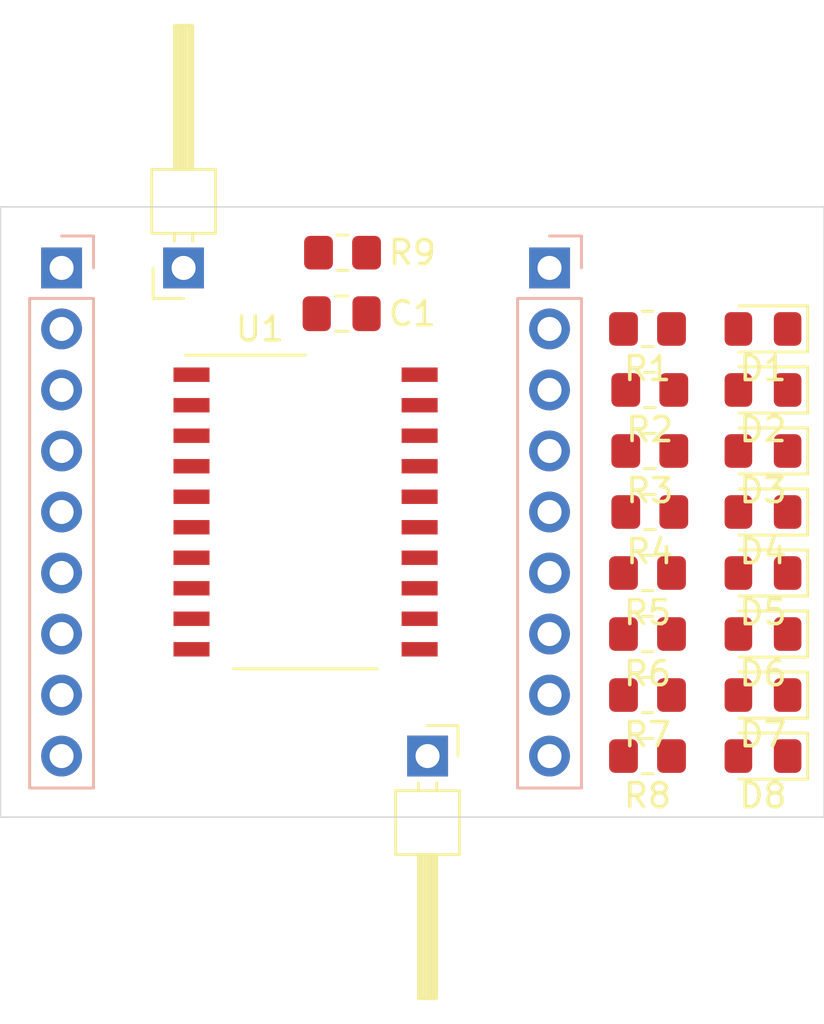
<source format=kicad_pcb>
(kicad_pcb (version 20171130) (host pcbnew "(5.1.8)-1")

  (general
    (thickness 1.6)
    (drawings 4)
    (tracks 0)
    (zones 0)
    (modules 23)
    (nets 29)
  )

  (page A4 portrait)
  (layers
    (0 F.Cu signal)
    (31 B.Cu signal)
    (32 B.Adhes user)
    (33 F.Adhes user)
    (34 B.Paste user)
    (35 F.Paste user)
    (36 B.SilkS user)
    (37 F.SilkS user)
    (38 B.Mask user)
    (39 F.Mask user)
    (40 Dwgs.User user)
    (41 Cmts.User user)
    (42 Eco1.User user)
    (43 Eco2.User user)
    (44 Edge.Cuts user)
    (45 Margin user)
    (46 B.CrtYd user)
    (47 F.CrtYd user)
    (48 B.Fab user)
    (49 F.Fab user)
  )

  (setup
    (last_trace_width 0.25)
    (trace_clearance 0.2)
    (zone_clearance 0.508)
    (zone_45_only no)
    (trace_min 0.2)
    (via_size 0.8)
    (via_drill 0.4)
    (via_min_size 0.4)
    (via_min_drill 0.3)
    (uvia_size 0.3)
    (uvia_drill 0.1)
    (uvias_allowed no)
    (uvia_min_size 0.2)
    (uvia_min_drill 0.1)
    (edge_width 0.05)
    (segment_width 0.2)
    (pcb_text_width 0.3)
    (pcb_text_size 1.5 1.5)
    (mod_edge_width 0.12)
    (mod_text_size 1 1)
    (mod_text_width 0.15)
    (pad_size 1.524 1.524)
    (pad_drill 0.762)
    (pad_to_mask_clearance 0)
    (aux_axis_origin 0 0)
    (visible_elements 7FFFFFFF)
    (pcbplotparams
      (layerselection 0x010fc_ffffffff)
      (usegerberextensions false)
      (usegerberattributes true)
      (usegerberadvancedattributes true)
      (creategerberjobfile true)
      (excludeedgelayer true)
      (linewidth 0.100000)
      (plotframeref false)
      (viasonmask false)
      (mode 1)
      (useauxorigin false)
      (hpglpennumber 1)
      (hpglpenspeed 20)
      (hpglpendiameter 15.000000)
      (psnegative false)
      (psa4output false)
      (plotreference true)
      (plotvalue true)
      (plotinvisibletext false)
      (padsonsilk false)
      (subtractmaskfromsilk false)
      (outputformat 1)
      (mirror false)
      (drillshape 1)
      (scaleselection 1)
      (outputdirectory ""))
  )

  (net 0 "")
  (net 1 VCC)
  (net 2 GND)
  (net 3 "Net-(D1-Pad2)")
  (net 4 "Net-(D2-Pad2)")
  (net 5 "Net-(D3-Pad2)")
  (net 6 "Net-(D4-Pad2)")
  (net 7 "Net-(D5-Pad2)")
  (net 8 "Net-(D6-Pad2)")
  (net 9 "Net-(D7-Pad2)")
  (net 10 "Net-(D8-Pad2)")
  (net 11 /Q7)
  (net 12 /Q6)
  (net 13 /Q5)
  (net 14 /Q4)
  (net 15 /Q3)
  (net 16 /Q2)
  (net 17 /Q1)
  (net 18 /Q0)
  (net 19 /D0)
  (net 20 "Net-(J2-Pad2)")
  (net 21 "Net-(J2-Pad3)")
  (net 22 "Net-(J2-Pad4)")
  (net 23 "Net-(J2-Pad5)")
  (net 24 "Net-(J2-Pad6)")
  (net 25 "Net-(J2-Pad7)")
  (net 26 "Net-(J2-Pad8)")
  (net 27 "Net-(J3-Pad1)")
  (net 28 "Net-(J4-Pad1)")

  (net_class Default "This is the default net class."
    (clearance 0.2)
    (trace_width 0.25)
    (via_dia 0.8)
    (via_drill 0.4)
    (uvia_dia 0.3)
    (uvia_drill 0.1)
    (add_net /D0)
    (add_net /Q0)
    (add_net /Q1)
    (add_net /Q2)
    (add_net /Q3)
    (add_net /Q4)
    (add_net /Q5)
    (add_net /Q6)
    (add_net /Q7)
    (add_net GND)
    (add_net "Net-(D1-Pad2)")
    (add_net "Net-(D2-Pad2)")
    (add_net "Net-(D3-Pad2)")
    (add_net "Net-(D4-Pad2)")
    (add_net "Net-(D5-Pad2)")
    (add_net "Net-(D6-Pad2)")
    (add_net "Net-(D7-Pad2)")
    (add_net "Net-(D8-Pad2)")
    (add_net "Net-(J2-Pad2)")
    (add_net "Net-(J2-Pad3)")
    (add_net "Net-(J2-Pad4)")
    (add_net "Net-(J2-Pad5)")
    (add_net "Net-(J2-Pad6)")
    (add_net "Net-(J2-Pad7)")
    (add_net "Net-(J2-Pad8)")
    (add_net "Net-(J3-Pad1)")
    (add_net "Net-(J4-Pad1)")
    (add_net VCC)
  )

  (module Resistor_SMD:R_0805_2012Metric_Pad1.20x1.40mm_HandSolder (layer F.Cu) (tedit 5F68FEEE) (tstamp 63BFB8B7)
    (at 62.5 27.305)
    (descr "Resistor SMD 0805 (2012 Metric), square (rectangular) end terminal, IPC_7351 nominal with elongated pad for handsoldering. (Body size source: IPC-SM-782 page 72, https://www.pcb-3d.com/wordpress/wp-content/uploads/ipc-sm-782a_amendment_1_and_2.pdf), generated with kicad-footprint-generator")
    (tags "resistor handsolder")
    (path /63C26A4D)
    (attr smd)
    (fp_text reference R9 (at 2.905 0) (layer F.SilkS)
      (effects (font (size 1 1) (thickness 0.15)))
    )
    (fp_text value 10k (at 0 1.65) (layer F.Fab)
      (effects (font (size 1 1) (thickness 0.15)))
    )
    (fp_text user %R (at 0 0) (layer F.Fab)
      (effects (font (size 0.5 0.5) (thickness 0.08)))
    )
    (fp_line (start -1 0.625) (end -1 -0.625) (layer F.Fab) (width 0.1))
    (fp_line (start -1 -0.625) (end 1 -0.625) (layer F.Fab) (width 0.1))
    (fp_line (start 1 -0.625) (end 1 0.625) (layer F.Fab) (width 0.1))
    (fp_line (start 1 0.625) (end -1 0.625) (layer F.Fab) (width 0.1))
    (fp_line (start -0.227064 -0.735) (end 0.227064 -0.735) (layer F.SilkS) (width 0.12))
    (fp_line (start -0.227064 0.735) (end 0.227064 0.735) (layer F.SilkS) (width 0.12))
    (fp_line (start -1.85 0.95) (end -1.85 -0.95) (layer F.CrtYd) (width 0.05))
    (fp_line (start -1.85 -0.95) (end 1.85 -0.95) (layer F.CrtYd) (width 0.05))
    (fp_line (start 1.85 -0.95) (end 1.85 0.95) (layer F.CrtYd) (width 0.05))
    (fp_line (start 1.85 0.95) (end -1.85 0.95) (layer F.CrtYd) (width 0.05))
    (pad 2 smd roundrect (at 1 0) (size 1.2 1.4) (layers F.Cu F.Paste F.Mask) (roundrect_rratio 0.208333)
      (net 1 VCC))
    (pad 1 smd roundrect (at -1 0) (size 1.2 1.4) (layers F.Cu F.Paste F.Mask) (roundrect_rratio 0.208333)
      (net 28 "Net-(J4-Pad1)"))
    (model ${KISYS3DMOD}/Resistor_SMD.3dshapes/R_0805_2012Metric.wrl
      (at (xyz 0 0 0))
      (scale (xyz 1 1 1))
      (rotate (xyz 0 0 0))
    )
  )

  (module Connector_PinHeader_2.54mm:PinHeader_1x01_P2.54mm_Horizontal (layer F.Cu) (tedit 59FED5CB) (tstamp 63BF94CB)
    (at 55.88 27.94 90)
    (descr "Through hole angled pin header, 1x01, 2.54mm pitch, 6mm pin length, single row")
    (tags "Through hole angled pin header THT 1x01 2.54mm single row")
    (path /63BF5680)
    (fp_text reference J4 (at 0 -1.905 90) (layer F.SilkS) hide
      (effects (font (size 1 1) (thickness 0.15)))
    )
    (fp_text value Conn_01x01_Male (at 4.385 2.27 90) (layer F.Fab)
      (effects (font (size 1 1) (thickness 0.15)))
    )
    (fp_line (start 10.55 -1.8) (end -1.8 -1.8) (layer F.CrtYd) (width 0.05))
    (fp_line (start 10.55 1.8) (end 10.55 -1.8) (layer F.CrtYd) (width 0.05))
    (fp_line (start -1.8 1.8) (end 10.55 1.8) (layer F.CrtYd) (width 0.05))
    (fp_line (start -1.8 -1.8) (end -1.8 1.8) (layer F.CrtYd) (width 0.05))
    (fp_line (start -1.27 -1.27) (end 0 -1.27) (layer F.SilkS) (width 0.12))
    (fp_line (start -1.27 0) (end -1.27 -1.27) (layer F.SilkS) (width 0.12))
    (fp_line (start 1.11 0.38) (end 1.44 0.38) (layer F.SilkS) (width 0.12))
    (fp_line (start 1.11 -0.38) (end 1.44 -0.38) (layer F.SilkS) (width 0.12))
    (fp_line (start 4.1 0.28) (end 10.1 0.28) (layer F.SilkS) (width 0.12))
    (fp_line (start 4.1 0.16) (end 10.1 0.16) (layer F.SilkS) (width 0.12))
    (fp_line (start 4.1 0.04) (end 10.1 0.04) (layer F.SilkS) (width 0.12))
    (fp_line (start 4.1 -0.08) (end 10.1 -0.08) (layer F.SilkS) (width 0.12))
    (fp_line (start 4.1 -0.2) (end 10.1 -0.2) (layer F.SilkS) (width 0.12))
    (fp_line (start 4.1 -0.32) (end 10.1 -0.32) (layer F.SilkS) (width 0.12))
    (fp_line (start 10.1 0.38) (end 4.1 0.38) (layer F.SilkS) (width 0.12))
    (fp_line (start 10.1 -0.38) (end 10.1 0.38) (layer F.SilkS) (width 0.12))
    (fp_line (start 4.1 -0.38) (end 10.1 -0.38) (layer F.SilkS) (width 0.12))
    (fp_line (start 4.1 -1.33) (end 1.44 -1.33) (layer F.SilkS) (width 0.12))
    (fp_line (start 4.1 1.33) (end 4.1 -1.33) (layer F.SilkS) (width 0.12))
    (fp_line (start 1.44 1.33) (end 4.1 1.33) (layer F.SilkS) (width 0.12))
    (fp_line (start 1.44 -1.33) (end 1.44 1.33) (layer F.SilkS) (width 0.12))
    (fp_line (start 4.04 0.32) (end 10.04 0.32) (layer F.Fab) (width 0.1))
    (fp_line (start 10.04 -0.32) (end 10.04 0.32) (layer F.Fab) (width 0.1))
    (fp_line (start 4.04 -0.32) (end 10.04 -0.32) (layer F.Fab) (width 0.1))
    (fp_line (start -0.32 0.32) (end 1.5 0.32) (layer F.Fab) (width 0.1))
    (fp_line (start -0.32 -0.32) (end -0.32 0.32) (layer F.Fab) (width 0.1))
    (fp_line (start -0.32 -0.32) (end 1.5 -0.32) (layer F.Fab) (width 0.1))
    (fp_line (start 1.5 -0.635) (end 2.135 -1.27) (layer F.Fab) (width 0.1))
    (fp_line (start 1.5 1.27) (end 1.5 -0.635) (layer F.Fab) (width 0.1))
    (fp_line (start 4.04 1.27) (end 1.5 1.27) (layer F.Fab) (width 0.1))
    (fp_line (start 4.04 -1.27) (end 4.04 1.27) (layer F.Fab) (width 0.1))
    (fp_line (start 2.135 -1.27) (end 4.04 -1.27) (layer F.Fab) (width 0.1))
    (fp_text user %R (at 2.77 0) (layer F.Fab)
      (effects (font (size 1 1) (thickness 0.15)))
    )
    (pad 1 thru_hole rect (at 0 0 90) (size 1.7 1.7) (drill 1) (layers *.Cu *.Mask)
      (net 28 "Net-(J4-Pad1)"))
    (model ${KISYS3DMOD}/Connector_PinHeader_2.54mm.3dshapes/PinHeader_1x01_P2.54mm_Horizontal.wrl
      (at (xyz 0 0 0))
      (scale (xyz 1 1 1))
      (rotate (xyz 0 0 0))
    )
  )

  (module Connector_PinHeader_2.54mm:PinHeader_1x01_P2.54mm_Horizontal (layer F.Cu) (tedit 59FED5CB) (tstamp 63BF94B6)
    (at 66.04 48.26 270)
    (descr "Through hole angled pin header, 1x01, 2.54mm pitch, 6mm pin length, single row")
    (tags "Through hole angled pin header THT 1x01 2.54mm single row")
    (path /63BF4CA8)
    (fp_text reference J3 (at 0 -2.27 90) (layer F.SilkS) hide
      (effects (font (size 1 1) (thickness 0.15)))
    )
    (fp_text value Conn_01x01_Male (at 4.385 2.27 90) (layer F.Fab)
      (effects (font (size 1 1) (thickness 0.15)))
    )
    (fp_line (start 10.55 -1.8) (end -1.8 -1.8) (layer F.CrtYd) (width 0.05))
    (fp_line (start 10.55 1.8) (end 10.55 -1.8) (layer F.CrtYd) (width 0.05))
    (fp_line (start -1.8 1.8) (end 10.55 1.8) (layer F.CrtYd) (width 0.05))
    (fp_line (start -1.8 -1.8) (end -1.8 1.8) (layer F.CrtYd) (width 0.05))
    (fp_line (start -1.27 -1.27) (end 0 -1.27) (layer F.SilkS) (width 0.12))
    (fp_line (start -1.27 0) (end -1.27 -1.27) (layer F.SilkS) (width 0.12))
    (fp_line (start 1.11 0.38) (end 1.44 0.38) (layer F.SilkS) (width 0.12))
    (fp_line (start 1.11 -0.38) (end 1.44 -0.38) (layer F.SilkS) (width 0.12))
    (fp_line (start 4.1 0.28) (end 10.1 0.28) (layer F.SilkS) (width 0.12))
    (fp_line (start 4.1 0.16) (end 10.1 0.16) (layer F.SilkS) (width 0.12))
    (fp_line (start 4.1 0.04) (end 10.1 0.04) (layer F.SilkS) (width 0.12))
    (fp_line (start 4.1 -0.08) (end 10.1 -0.08) (layer F.SilkS) (width 0.12))
    (fp_line (start 4.1 -0.2) (end 10.1 -0.2) (layer F.SilkS) (width 0.12))
    (fp_line (start 4.1 -0.32) (end 10.1 -0.32) (layer F.SilkS) (width 0.12))
    (fp_line (start 10.1 0.38) (end 4.1 0.38) (layer F.SilkS) (width 0.12))
    (fp_line (start 10.1 -0.38) (end 10.1 0.38) (layer F.SilkS) (width 0.12))
    (fp_line (start 4.1 -0.38) (end 10.1 -0.38) (layer F.SilkS) (width 0.12))
    (fp_line (start 4.1 -1.33) (end 1.44 -1.33) (layer F.SilkS) (width 0.12))
    (fp_line (start 4.1 1.33) (end 4.1 -1.33) (layer F.SilkS) (width 0.12))
    (fp_line (start 1.44 1.33) (end 4.1 1.33) (layer F.SilkS) (width 0.12))
    (fp_line (start 1.44 -1.33) (end 1.44 1.33) (layer F.SilkS) (width 0.12))
    (fp_line (start 4.04 0.32) (end 10.04 0.32) (layer F.Fab) (width 0.1))
    (fp_line (start 10.04 -0.32) (end 10.04 0.32) (layer F.Fab) (width 0.1))
    (fp_line (start 4.04 -0.32) (end 10.04 -0.32) (layer F.Fab) (width 0.1))
    (fp_line (start -0.32 0.32) (end 1.5 0.32) (layer F.Fab) (width 0.1))
    (fp_line (start -0.32 -0.32) (end -0.32 0.32) (layer F.Fab) (width 0.1))
    (fp_line (start -0.32 -0.32) (end 1.5 -0.32) (layer F.Fab) (width 0.1))
    (fp_line (start 1.5 -0.635) (end 2.135 -1.27) (layer F.Fab) (width 0.1))
    (fp_line (start 1.5 1.27) (end 1.5 -0.635) (layer F.Fab) (width 0.1))
    (fp_line (start 4.04 1.27) (end 1.5 1.27) (layer F.Fab) (width 0.1))
    (fp_line (start 4.04 -1.27) (end 4.04 1.27) (layer F.Fab) (width 0.1))
    (fp_line (start 2.135 -1.27) (end 4.04 -1.27) (layer F.Fab) (width 0.1))
    (fp_text user %R (at 2.77 0) (layer F.Fab)
      (effects (font (size 1 1) (thickness 0.15)))
    )
    (pad 1 thru_hole rect (at 0 0 270) (size 1.7 1.7) (drill 1) (layers *.Cu *.Mask)
      (net 27 "Net-(J3-Pad1)"))
    (model ${KISYS3DMOD}/Connector_PinHeader_2.54mm.3dshapes/PinHeader_1x01_P2.54mm_Horizontal.wrl
      (at (xyz 0 0 0))
      (scale (xyz 1 1 1))
      (rotate (xyz 0 0 0))
    )
  )

  (module Capacitor_SMD:C_0805_2012Metric_Pad1.18x1.45mm_HandSolder (layer F.Cu) (tedit 5F68FEEF) (tstamp 63BF93CF)
    (at 62.4625 29.845 180)
    (descr "Capacitor SMD 0805 (2012 Metric), square (rectangular) end terminal, IPC_7351 nominal with elongated pad for handsoldering. (Body size source: IPC-SM-782 page 76, https://www.pcb-3d.com/wordpress/wp-content/uploads/ipc-sm-782a_amendment_1_and_2.pdf, https://docs.google.com/spreadsheets/d/1BsfQQcO9C6DZCsRaXUlFlo91Tg2WpOkGARC1WS5S8t0/edit?usp=sharing), generated with kicad-footprint-generator")
    (tags "capacitor handsolder")
    (path /63C0E14A)
    (attr smd)
    (fp_text reference C1 (at -2.9425 0) (layer F.SilkS)
      (effects (font (size 1 1) (thickness 0.15)))
    )
    (fp_text value 0.1uF (at 0 1.68) (layer F.Fab)
      (effects (font (size 1 1) (thickness 0.15)))
    )
    (fp_line (start 1.88 0.98) (end -1.88 0.98) (layer F.CrtYd) (width 0.05))
    (fp_line (start 1.88 -0.98) (end 1.88 0.98) (layer F.CrtYd) (width 0.05))
    (fp_line (start -1.88 -0.98) (end 1.88 -0.98) (layer F.CrtYd) (width 0.05))
    (fp_line (start -1.88 0.98) (end -1.88 -0.98) (layer F.CrtYd) (width 0.05))
    (fp_line (start -0.261252 0.735) (end 0.261252 0.735) (layer F.SilkS) (width 0.12))
    (fp_line (start -0.261252 -0.735) (end 0.261252 -0.735) (layer F.SilkS) (width 0.12))
    (fp_line (start 1 0.625) (end -1 0.625) (layer F.Fab) (width 0.1))
    (fp_line (start 1 -0.625) (end 1 0.625) (layer F.Fab) (width 0.1))
    (fp_line (start -1 -0.625) (end 1 -0.625) (layer F.Fab) (width 0.1))
    (fp_line (start -1 0.625) (end -1 -0.625) (layer F.Fab) (width 0.1))
    (fp_text user %R (at 0 0) (layer F.Fab)
      (effects (font (size 0.5 0.5) (thickness 0.08)))
    )
    (pad 1 smd roundrect (at -1.0375 0 180) (size 1.175 1.45) (layers F.Cu F.Paste F.Mask) (roundrect_rratio 0.212766)
      (net 1 VCC))
    (pad 2 smd roundrect (at 1.0375 0 180) (size 1.175 1.45) (layers F.Cu F.Paste F.Mask) (roundrect_rratio 0.212766)
      (net 2 GND))
    (model ${KISYS3DMOD}/Capacitor_SMD.3dshapes/C_0805_2012Metric.wrl
      (at (xyz 0 0 0))
      (scale (xyz 1 1 1))
      (rotate (xyz 0 0 0))
    )
  )

  (module LED_SMD:LED_0805_2012Metric_Pad1.15x1.40mm_HandSolder (layer F.Cu) (tedit 5F68FEF1) (tstamp 63BF93E2)
    (at 80.01 30.48 180)
    (descr "LED SMD 0805 (2012 Metric), square (rectangular) end terminal, IPC_7351 nominal, (Body size source: https://docs.google.com/spreadsheets/d/1BsfQQcO9C6DZCsRaXUlFlo91Tg2WpOkGARC1WS5S8t0/edit?usp=sharing), generated with kicad-footprint-generator")
    (tags "LED handsolder")
    (path /63BF6A27)
    (attr smd)
    (fp_text reference D1 (at 0 -1.65) (layer F.SilkS)
      (effects (font (size 1 1) (thickness 0.15)))
    )
    (fp_text value LED (at 0 1.65) (layer F.Fab)
      (effects (font (size 1 1) (thickness 0.15)))
    )
    (fp_line (start 1.85 0.95) (end -1.85 0.95) (layer F.CrtYd) (width 0.05))
    (fp_line (start 1.85 -0.95) (end 1.85 0.95) (layer F.CrtYd) (width 0.05))
    (fp_line (start -1.85 -0.95) (end 1.85 -0.95) (layer F.CrtYd) (width 0.05))
    (fp_line (start -1.85 0.95) (end -1.85 -0.95) (layer F.CrtYd) (width 0.05))
    (fp_line (start -1.86 0.96) (end 1 0.96) (layer F.SilkS) (width 0.12))
    (fp_line (start -1.86 -0.96) (end -1.86 0.96) (layer F.SilkS) (width 0.12))
    (fp_line (start 1 -0.96) (end -1.86 -0.96) (layer F.SilkS) (width 0.12))
    (fp_line (start 1 0.6) (end 1 -0.6) (layer F.Fab) (width 0.1))
    (fp_line (start -1 0.6) (end 1 0.6) (layer F.Fab) (width 0.1))
    (fp_line (start -1 -0.3) (end -1 0.6) (layer F.Fab) (width 0.1))
    (fp_line (start -0.7 -0.6) (end -1 -0.3) (layer F.Fab) (width 0.1))
    (fp_line (start 1 -0.6) (end -0.7 -0.6) (layer F.Fab) (width 0.1))
    (fp_text user %R (at 0 0) (layer F.Fab)
      (effects (font (size 0.5 0.5) (thickness 0.08)))
    )
    (pad 1 smd roundrect (at -1.025 0 180) (size 1.15 1.4) (layers F.Cu F.Paste F.Mask) (roundrect_rratio 0.217391)
      (net 2 GND))
    (pad 2 smd roundrect (at 1.025 0 180) (size 1.15 1.4) (layers F.Cu F.Paste F.Mask) (roundrect_rratio 0.217391)
      (net 3 "Net-(D1-Pad2)"))
    (model ${KISYS3DMOD}/LED_SMD.3dshapes/LED_0805_2012Metric.wrl
      (at (xyz 0 0 0))
      (scale (xyz 1 1 1))
      (rotate (xyz 0 0 0))
    )
  )

  (module LED_SMD:LED_0805_2012Metric_Pad1.15x1.40mm_HandSolder (layer F.Cu) (tedit 5F68FEF1) (tstamp 63BF93F5)
    (at 80.01 33.02 180)
    (descr "LED SMD 0805 (2012 Metric), square (rectangular) end terminal, IPC_7351 nominal, (Body size source: https://docs.google.com/spreadsheets/d/1BsfQQcO9C6DZCsRaXUlFlo91Tg2WpOkGARC1WS5S8t0/edit?usp=sharing), generated with kicad-footprint-generator")
    (tags "LED handsolder")
    (path /63BFEA29)
    (attr smd)
    (fp_text reference D2 (at 0 -1.65) (layer F.SilkS)
      (effects (font (size 1 1) (thickness 0.15)))
    )
    (fp_text value LED (at 0 1.65) (layer F.Fab)
      (effects (font (size 1 1) (thickness 0.15)))
    )
    (fp_line (start 1.85 0.95) (end -1.85 0.95) (layer F.CrtYd) (width 0.05))
    (fp_line (start 1.85 -0.95) (end 1.85 0.95) (layer F.CrtYd) (width 0.05))
    (fp_line (start -1.85 -0.95) (end 1.85 -0.95) (layer F.CrtYd) (width 0.05))
    (fp_line (start -1.85 0.95) (end -1.85 -0.95) (layer F.CrtYd) (width 0.05))
    (fp_line (start -1.86 0.96) (end 1 0.96) (layer F.SilkS) (width 0.12))
    (fp_line (start -1.86 -0.96) (end -1.86 0.96) (layer F.SilkS) (width 0.12))
    (fp_line (start 1 -0.96) (end -1.86 -0.96) (layer F.SilkS) (width 0.12))
    (fp_line (start 1 0.6) (end 1 -0.6) (layer F.Fab) (width 0.1))
    (fp_line (start -1 0.6) (end 1 0.6) (layer F.Fab) (width 0.1))
    (fp_line (start -1 -0.3) (end -1 0.6) (layer F.Fab) (width 0.1))
    (fp_line (start -0.7 -0.6) (end -1 -0.3) (layer F.Fab) (width 0.1))
    (fp_line (start 1 -0.6) (end -0.7 -0.6) (layer F.Fab) (width 0.1))
    (fp_text user %R (at 0 0) (layer F.Fab)
      (effects (font (size 0.5 0.5) (thickness 0.08)))
    )
    (pad 1 smd roundrect (at -1.025 0 180) (size 1.15 1.4) (layers F.Cu F.Paste F.Mask) (roundrect_rratio 0.217391)
      (net 2 GND))
    (pad 2 smd roundrect (at 1.025 0 180) (size 1.15 1.4) (layers F.Cu F.Paste F.Mask) (roundrect_rratio 0.217391)
      (net 4 "Net-(D2-Pad2)"))
    (model ${KISYS3DMOD}/LED_SMD.3dshapes/LED_0805_2012Metric.wrl
      (at (xyz 0 0 0))
      (scale (xyz 1 1 1))
      (rotate (xyz 0 0 0))
    )
  )

  (module LED_SMD:LED_0805_2012Metric_Pad1.15x1.40mm_HandSolder (layer F.Cu) (tedit 5F68FEF1) (tstamp 63BF9408)
    (at 80.01 35.56 180)
    (descr "LED SMD 0805 (2012 Metric), square (rectangular) end terminal, IPC_7351 nominal, (Body size source: https://docs.google.com/spreadsheets/d/1BsfQQcO9C6DZCsRaXUlFlo91Tg2WpOkGARC1WS5S8t0/edit?usp=sharing), generated with kicad-footprint-generator")
    (tags "LED handsolder")
    (path /63BFF327)
    (attr smd)
    (fp_text reference D3 (at 0 -1.65) (layer F.SilkS)
      (effects (font (size 1 1) (thickness 0.15)))
    )
    (fp_text value LED (at 0 1.65) (layer F.Fab)
      (effects (font (size 1 1) (thickness 0.15)))
    )
    (fp_line (start 1 -0.6) (end -0.7 -0.6) (layer F.Fab) (width 0.1))
    (fp_line (start -0.7 -0.6) (end -1 -0.3) (layer F.Fab) (width 0.1))
    (fp_line (start -1 -0.3) (end -1 0.6) (layer F.Fab) (width 0.1))
    (fp_line (start -1 0.6) (end 1 0.6) (layer F.Fab) (width 0.1))
    (fp_line (start 1 0.6) (end 1 -0.6) (layer F.Fab) (width 0.1))
    (fp_line (start 1 -0.96) (end -1.86 -0.96) (layer F.SilkS) (width 0.12))
    (fp_line (start -1.86 -0.96) (end -1.86 0.96) (layer F.SilkS) (width 0.12))
    (fp_line (start -1.86 0.96) (end 1 0.96) (layer F.SilkS) (width 0.12))
    (fp_line (start -1.85 0.95) (end -1.85 -0.95) (layer F.CrtYd) (width 0.05))
    (fp_line (start -1.85 -0.95) (end 1.85 -0.95) (layer F.CrtYd) (width 0.05))
    (fp_line (start 1.85 -0.95) (end 1.85 0.95) (layer F.CrtYd) (width 0.05))
    (fp_line (start 1.85 0.95) (end -1.85 0.95) (layer F.CrtYd) (width 0.05))
    (fp_text user %R (at 0 0) (layer F.Fab)
      (effects (font (size 0.5 0.5) (thickness 0.08)))
    )
    (pad 2 smd roundrect (at 1.025 0 180) (size 1.15 1.4) (layers F.Cu F.Paste F.Mask) (roundrect_rratio 0.217391)
      (net 5 "Net-(D3-Pad2)"))
    (pad 1 smd roundrect (at -1.025 0 180) (size 1.15 1.4) (layers F.Cu F.Paste F.Mask) (roundrect_rratio 0.217391)
      (net 2 GND))
    (model ${KISYS3DMOD}/LED_SMD.3dshapes/LED_0805_2012Metric.wrl
      (at (xyz 0 0 0))
      (scale (xyz 1 1 1))
      (rotate (xyz 0 0 0))
    )
  )

  (module LED_SMD:LED_0805_2012Metric_Pad1.15x1.40mm_HandSolder (layer F.Cu) (tedit 5F68FEF1) (tstamp 63BF941B)
    (at 80.01 38.1 180)
    (descr "LED SMD 0805 (2012 Metric), square (rectangular) end terminal, IPC_7351 nominal, (Body size source: https://docs.google.com/spreadsheets/d/1BsfQQcO9C6DZCsRaXUlFlo91Tg2WpOkGARC1WS5S8t0/edit?usp=sharing), generated with kicad-footprint-generator")
    (tags "LED handsolder")
    (path /63BFFA39)
    (attr smd)
    (fp_text reference D4 (at 0 -1.65) (layer F.SilkS)
      (effects (font (size 1 1) (thickness 0.15)))
    )
    (fp_text value LED (at 0 1.65) (layer F.Fab)
      (effects (font (size 1 1) (thickness 0.15)))
    )
    (fp_line (start 1.85 0.95) (end -1.85 0.95) (layer F.CrtYd) (width 0.05))
    (fp_line (start 1.85 -0.95) (end 1.85 0.95) (layer F.CrtYd) (width 0.05))
    (fp_line (start -1.85 -0.95) (end 1.85 -0.95) (layer F.CrtYd) (width 0.05))
    (fp_line (start -1.85 0.95) (end -1.85 -0.95) (layer F.CrtYd) (width 0.05))
    (fp_line (start -1.86 0.96) (end 1 0.96) (layer F.SilkS) (width 0.12))
    (fp_line (start -1.86 -0.96) (end -1.86 0.96) (layer F.SilkS) (width 0.12))
    (fp_line (start 1 -0.96) (end -1.86 -0.96) (layer F.SilkS) (width 0.12))
    (fp_line (start 1 0.6) (end 1 -0.6) (layer F.Fab) (width 0.1))
    (fp_line (start -1 0.6) (end 1 0.6) (layer F.Fab) (width 0.1))
    (fp_line (start -1 -0.3) (end -1 0.6) (layer F.Fab) (width 0.1))
    (fp_line (start -0.7 -0.6) (end -1 -0.3) (layer F.Fab) (width 0.1))
    (fp_line (start 1 -0.6) (end -0.7 -0.6) (layer F.Fab) (width 0.1))
    (fp_text user %R (at 0 0) (layer F.Fab)
      (effects (font (size 0.5 0.5) (thickness 0.08)))
    )
    (pad 1 smd roundrect (at -1.025 0 180) (size 1.15 1.4) (layers F.Cu F.Paste F.Mask) (roundrect_rratio 0.217391)
      (net 2 GND))
    (pad 2 smd roundrect (at 1.025 0 180) (size 1.15 1.4) (layers F.Cu F.Paste F.Mask) (roundrect_rratio 0.217391)
      (net 6 "Net-(D4-Pad2)"))
    (model ${KISYS3DMOD}/LED_SMD.3dshapes/LED_0805_2012Metric.wrl
      (at (xyz 0 0 0))
      (scale (xyz 1 1 1))
      (rotate (xyz 0 0 0))
    )
  )

  (module LED_SMD:LED_0805_2012Metric_Pad1.15x1.40mm_HandSolder (layer F.Cu) (tedit 5F68FEF1) (tstamp 63BF942E)
    (at 80.01 40.64 180)
    (descr "LED SMD 0805 (2012 Metric), square (rectangular) end terminal, IPC_7351 nominal, (Body size source: https://docs.google.com/spreadsheets/d/1BsfQQcO9C6DZCsRaXUlFlo91Tg2WpOkGARC1WS5S8t0/edit?usp=sharing), generated with kicad-footprint-generator")
    (tags "LED handsolder")
    (path /63C003DB)
    (attr smd)
    (fp_text reference D5 (at 0 -1.65) (layer F.SilkS)
      (effects (font (size 1 1) (thickness 0.15)))
    )
    (fp_text value LED (at 0 1.65) (layer F.Fab)
      (effects (font (size 1 1) (thickness 0.15)))
    )
    (fp_line (start 1 -0.6) (end -0.7 -0.6) (layer F.Fab) (width 0.1))
    (fp_line (start -0.7 -0.6) (end -1 -0.3) (layer F.Fab) (width 0.1))
    (fp_line (start -1 -0.3) (end -1 0.6) (layer F.Fab) (width 0.1))
    (fp_line (start -1 0.6) (end 1 0.6) (layer F.Fab) (width 0.1))
    (fp_line (start 1 0.6) (end 1 -0.6) (layer F.Fab) (width 0.1))
    (fp_line (start 1 -0.96) (end -1.86 -0.96) (layer F.SilkS) (width 0.12))
    (fp_line (start -1.86 -0.96) (end -1.86 0.96) (layer F.SilkS) (width 0.12))
    (fp_line (start -1.86 0.96) (end 1 0.96) (layer F.SilkS) (width 0.12))
    (fp_line (start -1.85 0.95) (end -1.85 -0.95) (layer F.CrtYd) (width 0.05))
    (fp_line (start -1.85 -0.95) (end 1.85 -0.95) (layer F.CrtYd) (width 0.05))
    (fp_line (start 1.85 -0.95) (end 1.85 0.95) (layer F.CrtYd) (width 0.05))
    (fp_line (start 1.85 0.95) (end -1.85 0.95) (layer F.CrtYd) (width 0.05))
    (fp_text user %R (at 0 0) (layer F.Fab)
      (effects (font (size 0.5 0.5) (thickness 0.08)))
    )
    (pad 2 smd roundrect (at 1.025 0 180) (size 1.15 1.4) (layers F.Cu F.Paste F.Mask) (roundrect_rratio 0.217391)
      (net 7 "Net-(D5-Pad2)"))
    (pad 1 smd roundrect (at -1.025 0 180) (size 1.15 1.4) (layers F.Cu F.Paste F.Mask) (roundrect_rratio 0.217391)
      (net 2 GND))
    (model ${KISYS3DMOD}/LED_SMD.3dshapes/LED_0805_2012Metric.wrl
      (at (xyz 0 0 0))
      (scale (xyz 1 1 1))
      (rotate (xyz 0 0 0))
    )
  )

  (module LED_SMD:LED_0805_2012Metric_Pad1.15x1.40mm_HandSolder (layer F.Cu) (tedit 5F68FEF1) (tstamp 63BF9441)
    (at 80.01 43.18 180)
    (descr "LED SMD 0805 (2012 Metric), square (rectangular) end terminal, IPC_7351 nominal, (Body size source: https://docs.google.com/spreadsheets/d/1BsfQQcO9C6DZCsRaXUlFlo91Tg2WpOkGARC1WS5S8t0/edit?usp=sharing), generated with kicad-footprint-generator")
    (tags "LED handsolder")
    (path /63C00F4A)
    (attr smd)
    (fp_text reference D6 (at 0 -1.65) (layer F.SilkS)
      (effects (font (size 1 1) (thickness 0.15)))
    )
    (fp_text value LED (at 0 1.65) (layer F.Fab)
      (effects (font (size 1 1) (thickness 0.15)))
    )
    (fp_line (start 1 -0.6) (end -0.7 -0.6) (layer F.Fab) (width 0.1))
    (fp_line (start -0.7 -0.6) (end -1 -0.3) (layer F.Fab) (width 0.1))
    (fp_line (start -1 -0.3) (end -1 0.6) (layer F.Fab) (width 0.1))
    (fp_line (start -1 0.6) (end 1 0.6) (layer F.Fab) (width 0.1))
    (fp_line (start 1 0.6) (end 1 -0.6) (layer F.Fab) (width 0.1))
    (fp_line (start 1 -0.96) (end -1.86 -0.96) (layer F.SilkS) (width 0.12))
    (fp_line (start -1.86 -0.96) (end -1.86 0.96) (layer F.SilkS) (width 0.12))
    (fp_line (start -1.86 0.96) (end 1 0.96) (layer F.SilkS) (width 0.12))
    (fp_line (start -1.85 0.95) (end -1.85 -0.95) (layer F.CrtYd) (width 0.05))
    (fp_line (start -1.85 -0.95) (end 1.85 -0.95) (layer F.CrtYd) (width 0.05))
    (fp_line (start 1.85 -0.95) (end 1.85 0.95) (layer F.CrtYd) (width 0.05))
    (fp_line (start 1.85 0.95) (end -1.85 0.95) (layer F.CrtYd) (width 0.05))
    (fp_text user %R (at 0 0) (layer F.Fab)
      (effects (font (size 0.5 0.5) (thickness 0.08)))
    )
    (pad 2 smd roundrect (at 1.025 0 180) (size 1.15 1.4) (layers F.Cu F.Paste F.Mask) (roundrect_rratio 0.217391)
      (net 8 "Net-(D6-Pad2)"))
    (pad 1 smd roundrect (at -1.025 0 180) (size 1.15 1.4) (layers F.Cu F.Paste F.Mask) (roundrect_rratio 0.217391)
      (net 2 GND))
    (model ${KISYS3DMOD}/LED_SMD.3dshapes/LED_0805_2012Metric.wrl
      (at (xyz 0 0 0))
      (scale (xyz 1 1 1))
      (rotate (xyz 0 0 0))
    )
  )

  (module LED_SMD:LED_0805_2012Metric_Pad1.15x1.40mm_HandSolder (layer F.Cu) (tedit 5F68FEF1) (tstamp 63BF9454)
    (at 80.01 45.72 180)
    (descr "LED SMD 0805 (2012 Metric), square (rectangular) end terminal, IPC_7351 nominal, (Body size source: https://docs.google.com/spreadsheets/d/1BsfQQcO9C6DZCsRaXUlFlo91Tg2WpOkGARC1WS5S8t0/edit?usp=sharing), generated with kicad-footprint-generator")
    (tags "LED handsolder")
    (path /63C0155A)
    (attr smd)
    (fp_text reference D7 (at 0 -1.65) (layer F.SilkS)
      (effects (font (size 1 1) (thickness 0.15)))
    )
    (fp_text value LED (at 0 1.65) (layer F.Fab)
      (effects (font (size 1 1) (thickness 0.15)))
    )
    (fp_line (start 1 -0.6) (end -0.7 -0.6) (layer F.Fab) (width 0.1))
    (fp_line (start -0.7 -0.6) (end -1 -0.3) (layer F.Fab) (width 0.1))
    (fp_line (start -1 -0.3) (end -1 0.6) (layer F.Fab) (width 0.1))
    (fp_line (start -1 0.6) (end 1 0.6) (layer F.Fab) (width 0.1))
    (fp_line (start 1 0.6) (end 1 -0.6) (layer F.Fab) (width 0.1))
    (fp_line (start 1 -0.96) (end -1.86 -0.96) (layer F.SilkS) (width 0.12))
    (fp_line (start -1.86 -0.96) (end -1.86 0.96) (layer F.SilkS) (width 0.12))
    (fp_line (start -1.86 0.96) (end 1 0.96) (layer F.SilkS) (width 0.12))
    (fp_line (start -1.85 0.95) (end -1.85 -0.95) (layer F.CrtYd) (width 0.05))
    (fp_line (start -1.85 -0.95) (end 1.85 -0.95) (layer F.CrtYd) (width 0.05))
    (fp_line (start 1.85 -0.95) (end 1.85 0.95) (layer F.CrtYd) (width 0.05))
    (fp_line (start 1.85 0.95) (end -1.85 0.95) (layer F.CrtYd) (width 0.05))
    (fp_text user %R (at 0 0) (layer F.Fab)
      (effects (font (size 0.5 0.5) (thickness 0.08)))
    )
    (pad 2 smd roundrect (at 1.025 0 180) (size 1.15 1.4) (layers F.Cu F.Paste F.Mask) (roundrect_rratio 0.217391)
      (net 9 "Net-(D7-Pad2)"))
    (pad 1 smd roundrect (at -1.025 0 180) (size 1.15 1.4) (layers F.Cu F.Paste F.Mask) (roundrect_rratio 0.217391)
      (net 2 GND))
    (model ${KISYS3DMOD}/LED_SMD.3dshapes/LED_0805_2012Metric.wrl
      (at (xyz 0 0 0))
      (scale (xyz 1 1 1))
      (rotate (xyz 0 0 0))
    )
  )

  (module LED_SMD:LED_0805_2012Metric_Pad1.15x1.40mm_HandSolder (layer F.Cu) (tedit 5F68FEF1) (tstamp 63BF9467)
    (at 80.01 48.26 180)
    (descr "LED SMD 0805 (2012 Metric), square (rectangular) end terminal, IPC_7351 nominal, (Body size source: https://docs.google.com/spreadsheets/d/1BsfQQcO9C6DZCsRaXUlFlo91Tg2WpOkGARC1WS5S8t0/edit?usp=sharing), generated with kicad-footprint-generator")
    (tags "LED handsolder")
    (path /63C025CE)
    (attr smd)
    (fp_text reference D8 (at 0 -1.65) (layer F.SilkS)
      (effects (font (size 1 1) (thickness 0.15)))
    )
    (fp_text value LED (at 0 1.65) (layer F.Fab)
      (effects (font (size 1 1) (thickness 0.15)))
    )
    (fp_line (start 1.85 0.95) (end -1.85 0.95) (layer F.CrtYd) (width 0.05))
    (fp_line (start 1.85 -0.95) (end 1.85 0.95) (layer F.CrtYd) (width 0.05))
    (fp_line (start -1.85 -0.95) (end 1.85 -0.95) (layer F.CrtYd) (width 0.05))
    (fp_line (start -1.85 0.95) (end -1.85 -0.95) (layer F.CrtYd) (width 0.05))
    (fp_line (start -1.86 0.96) (end 1 0.96) (layer F.SilkS) (width 0.12))
    (fp_line (start -1.86 -0.96) (end -1.86 0.96) (layer F.SilkS) (width 0.12))
    (fp_line (start 1 -0.96) (end -1.86 -0.96) (layer F.SilkS) (width 0.12))
    (fp_line (start 1 0.6) (end 1 -0.6) (layer F.Fab) (width 0.1))
    (fp_line (start -1 0.6) (end 1 0.6) (layer F.Fab) (width 0.1))
    (fp_line (start -1 -0.3) (end -1 0.6) (layer F.Fab) (width 0.1))
    (fp_line (start -0.7 -0.6) (end -1 -0.3) (layer F.Fab) (width 0.1))
    (fp_line (start 1 -0.6) (end -0.7 -0.6) (layer F.Fab) (width 0.1))
    (fp_text user %R (at 0 0) (layer F.Fab)
      (effects (font (size 0.5 0.5) (thickness 0.08)))
    )
    (pad 1 smd roundrect (at -1.025 0 180) (size 1.15 1.4) (layers F.Cu F.Paste F.Mask) (roundrect_rratio 0.217391)
      (net 2 GND))
    (pad 2 smd roundrect (at 1.025 0 180) (size 1.15 1.4) (layers F.Cu F.Paste F.Mask) (roundrect_rratio 0.217391)
      (net 10 "Net-(D8-Pad2)"))
    (model ${KISYS3DMOD}/LED_SMD.3dshapes/LED_0805_2012Metric.wrl
      (at (xyz 0 0 0))
      (scale (xyz 1 1 1))
      (rotate (xyz 0 0 0))
    )
  )

  (module Connector_PinHeader_2.54mm:PinHeader_1x09_P2.54mm_Vertical (layer B.Cu) (tedit 59FED5CC) (tstamp 63BF9484)
    (at 71.12 27.94 180)
    (descr "Through hole straight pin header, 1x09, 2.54mm pitch, single row")
    (tags "Through hole pin header THT 1x09 2.54mm single row")
    (path /63BF7BC8)
    (fp_text reference J1 (at 0 2.33) (layer B.SilkS) hide
      (effects (font (size 1 1) (thickness 0.15)) (justify mirror))
    )
    (fp_text value Conn_01x09_Male (at 2.54 -10.16 90) (layer B.Fab)
      (effects (font (size 1 1) (thickness 0.15)) (justify mirror))
    )
    (fp_line (start -0.635 1.27) (end 1.27 1.27) (layer B.Fab) (width 0.1))
    (fp_line (start 1.27 1.27) (end 1.27 -21.59) (layer B.Fab) (width 0.1))
    (fp_line (start 1.27 -21.59) (end -1.27 -21.59) (layer B.Fab) (width 0.1))
    (fp_line (start -1.27 -21.59) (end -1.27 0.635) (layer B.Fab) (width 0.1))
    (fp_line (start -1.27 0.635) (end -0.635 1.27) (layer B.Fab) (width 0.1))
    (fp_line (start -1.33 -21.65) (end 1.33 -21.65) (layer B.SilkS) (width 0.12))
    (fp_line (start -1.33 -1.27) (end -1.33 -21.65) (layer B.SilkS) (width 0.12))
    (fp_line (start 1.33 -1.27) (end 1.33 -21.65) (layer B.SilkS) (width 0.12))
    (fp_line (start -1.33 -1.27) (end 1.33 -1.27) (layer B.SilkS) (width 0.12))
    (fp_line (start -1.33 0) (end -1.33 1.33) (layer B.SilkS) (width 0.12))
    (fp_line (start -1.33 1.33) (end 0 1.33) (layer B.SilkS) (width 0.12))
    (fp_line (start -1.8 1.8) (end -1.8 -22.1) (layer B.CrtYd) (width 0.05))
    (fp_line (start -1.8 -22.1) (end 1.8 -22.1) (layer B.CrtYd) (width 0.05))
    (fp_line (start 1.8 -22.1) (end 1.8 1.8) (layer B.CrtYd) (width 0.05))
    (fp_line (start 1.8 1.8) (end -1.8 1.8) (layer B.CrtYd) (width 0.05))
    (fp_text user %R (at 0 -10.16 270) (layer B.Fab)
      (effects (font (size 1 1) (thickness 0.15)) (justify mirror))
    )
    (pad 9 thru_hole oval (at 0 -20.32 180) (size 1.7 1.7) (drill 1) (layers *.Cu *.Mask)
      (net 11 /Q7))
    (pad 8 thru_hole oval (at 0 -17.78 180) (size 1.7 1.7) (drill 1) (layers *.Cu *.Mask)
      (net 12 /Q6))
    (pad 7 thru_hole oval (at 0 -15.24 180) (size 1.7 1.7) (drill 1) (layers *.Cu *.Mask)
      (net 13 /Q5))
    (pad 6 thru_hole oval (at 0 -12.7 180) (size 1.7 1.7) (drill 1) (layers *.Cu *.Mask)
      (net 14 /Q4))
    (pad 5 thru_hole oval (at 0 -10.16 180) (size 1.7 1.7) (drill 1) (layers *.Cu *.Mask)
      (net 15 /Q3))
    (pad 4 thru_hole oval (at 0 -7.62 180) (size 1.7 1.7) (drill 1) (layers *.Cu *.Mask)
      (net 16 /Q2))
    (pad 3 thru_hole oval (at 0 -5.08 180) (size 1.7 1.7) (drill 1) (layers *.Cu *.Mask)
      (net 17 /Q1))
    (pad 2 thru_hole oval (at 0 -2.54 180) (size 1.7 1.7) (drill 1) (layers *.Cu *.Mask)
      (net 18 /Q0))
    (pad 1 thru_hole rect (at 0 0 180) (size 1.7 1.7) (drill 1) (layers *.Cu *.Mask)
      (net 1 VCC))
    (model ${KISYS3DMOD}/Connector_PinHeader_2.54mm.3dshapes/PinHeader_1x09_P2.54mm_Vertical.wrl
      (at (xyz 0 0 0))
      (scale (xyz 1 1 1))
      (rotate (xyz 0 0 0))
    )
  )

  (module Connector_PinHeader_2.54mm:PinHeader_1x09_P2.54mm_Vertical (layer B.Cu) (tedit 59FED5CC) (tstamp 63BF94A1)
    (at 50.8 27.94 180)
    (descr "Through hole straight pin header, 1x09, 2.54mm pitch, single row")
    (tags "Through hole pin header THT 1x09 2.54mm single row")
    (path /63BF9809)
    (fp_text reference J2 (at 0 2.33) (layer B.SilkS) hide
      (effects (font (size 1 1) (thickness 0.15)) (justify mirror))
    )
    (fp_text value Conn_01x09_Male (at -2.54 -10.16 90) (layer B.Fab)
      (effects (font (size 1 1) (thickness 0.15)) (justify mirror))
    )
    (fp_line (start 1.8 1.8) (end -1.8 1.8) (layer B.CrtYd) (width 0.05))
    (fp_line (start 1.8 -22.1) (end 1.8 1.8) (layer B.CrtYd) (width 0.05))
    (fp_line (start -1.8 -22.1) (end 1.8 -22.1) (layer B.CrtYd) (width 0.05))
    (fp_line (start -1.8 1.8) (end -1.8 -22.1) (layer B.CrtYd) (width 0.05))
    (fp_line (start -1.33 1.33) (end 0 1.33) (layer B.SilkS) (width 0.12))
    (fp_line (start -1.33 0) (end -1.33 1.33) (layer B.SilkS) (width 0.12))
    (fp_line (start -1.33 -1.27) (end 1.33 -1.27) (layer B.SilkS) (width 0.12))
    (fp_line (start 1.33 -1.27) (end 1.33 -21.65) (layer B.SilkS) (width 0.12))
    (fp_line (start -1.33 -1.27) (end -1.33 -21.65) (layer B.SilkS) (width 0.12))
    (fp_line (start -1.33 -21.65) (end 1.33 -21.65) (layer B.SilkS) (width 0.12))
    (fp_line (start -1.27 0.635) (end -0.635 1.27) (layer B.Fab) (width 0.1))
    (fp_line (start -1.27 -21.59) (end -1.27 0.635) (layer B.Fab) (width 0.1))
    (fp_line (start 1.27 -21.59) (end -1.27 -21.59) (layer B.Fab) (width 0.1))
    (fp_line (start 1.27 1.27) (end 1.27 -21.59) (layer B.Fab) (width 0.1))
    (fp_line (start -0.635 1.27) (end 1.27 1.27) (layer B.Fab) (width 0.1))
    (fp_text user %R (at 0 -10.16 270) (layer B.Fab)
      (effects (font (size 1 1) (thickness 0.15)) (justify mirror))
    )
    (pad 1 thru_hole rect (at 0 0 180) (size 1.7 1.7) (drill 1) (layers *.Cu *.Mask)
      (net 19 /D0))
    (pad 2 thru_hole oval (at 0 -2.54 180) (size 1.7 1.7) (drill 1) (layers *.Cu *.Mask)
      (net 20 "Net-(J2-Pad2)"))
    (pad 3 thru_hole oval (at 0 -5.08 180) (size 1.7 1.7) (drill 1) (layers *.Cu *.Mask)
      (net 21 "Net-(J2-Pad3)"))
    (pad 4 thru_hole oval (at 0 -7.62 180) (size 1.7 1.7) (drill 1) (layers *.Cu *.Mask)
      (net 22 "Net-(J2-Pad4)"))
    (pad 5 thru_hole oval (at 0 -10.16 180) (size 1.7 1.7) (drill 1) (layers *.Cu *.Mask)
      (net 23 "Net-(J2-Pad5)"))
    (pad 6 thru_hole oval (at 0 -12.7 180) (size 1.7 1.7) (drill 1) (layers *.Cu *.Mask)
      (net 24 "Net-(J2-Pad6)"))
    (pad 7 thru_hole oval (at 0 -15.24 180) (size 1.7 1.7) (drill 1) (layers *.Cu *.Mask)
      (net 25 "Net-(J2-Pad7)"))
    (pad 8 thru_hole oval (at 0 -17.78 180) (size 1.7 1.7) (drill 1) (layers *.Cu *.Mask)
      (net 26 "Net-(J2-Pad8)"))
    (pad 9 thru_hole oval (at 0 -20.32 180) (size 1.7 1.7) (drill 1) (layers *.Cu *.Mask)
      (net 2 GND))
    (model ${KISYS3DMOD}/Connector_PinHeader_2.54mm.3dshapes/PinHeader_1x09_P2.54mm_Vertical.wrl
      (at (xyz 0 0 0))
      (scale (xyz 1 1 1))
      (rotate (xyz 0 0 0))
    )
  )

  (module Resistor_SMD:R_0805_2012Metric_Pad1.20x1.40mm_HandSolder (layer F.Cu) (tedit 5F68FEEE) (tstamp 63BF94DC)
    (at 75.2 30.48 180)
    (descr "Resistor SMD 0805 (2012 Metric), square (rectangular) end terminal, IPC_7351 nominal with elongated pad for handsoldering. (Body size source: IPC-SM-782 page 72, https://www.pcb-3d.com/wordpress/wp-content/uploads/ipc-sm-782a_amendment_1_and_2.pdf), generated with kicad-footprint-generator")
    (tags "resistor handsolder")
    (path /63BF5F60)
    (attr smd)
    (fp_text reference R1 (at 0 -1.65) (layer F.SilkS)
      (effects (font (size 1 1) (thickness 0.15)))
    )
    (fp_text value 1k (at 0 1.65) (layer F.Fab)
      (effects (font (size 1 1) (thickness 0.15)))
    )
    (fp_line (start 1.85 0.95) (end -1.85 0.95) (layer F.CrtYd) (width 0.05))
    (fp_line (start 1.85 -0.95) (end 1.85 0.95) (layer F.CrtYd) (width 0.05))
    (fp_line (start -1.85 -0.95) (end 1.85 -0.95) (layer F.CrtYd) (width 0.05))
    (fp_line (start -1.85 0.95) (end -1.85 -0.95) (layer F.CrtYd) (width 0.05))
    (fp_line (start -0.227064 0.735) (end 0.227064 0.735) (layer F.SilkS) (width 0.12))
    (fp_line (start -0.227064 -0.735) (end 0.227064 -0.735) (layer F.SilkS) (width 0.12))
    (fp_line (start 1 0.625) (end -1 0.625) (layer F.Fab) (width 0.1))
    (fp_line (start 1 -0.625) (end 1 0.625) (layer F.Fab) (width 0.1))
    (fp_line (start -1 -0.625) (end 1 -0.625) (layer F.Fab) (width 0.1))
    (fp_line (start -1 0.625) (end -1 -0.625) (layer F.Fab) (width 0.1))
    (fp_text user %R (at 0 0) (layer F.Fab)
      (effects (font (size 0.5 0.5) (thickness 0.08)))
    )
    (pad 1 smd roundrect (at -1 0 180) (size 1.2 1.4) (layers F.Cu F.Paste F.Mask) (roundrect_rratio 0.208333)
      (net 3 "Net-(D1-Pad2)"))
    (pad 2 smd roundrect (at 1 0 180) (size 1.2 1.4) (layers F.Cu F.Paste F.Mask) (roundrect_rratio 0.208333)
      (net 18 /Q0))
    (model ${KISYS3DMOD}/Resistor_SMD.3dshapes/R_0805_2012Metric.wrl
      (at (xyz 0 0 0))
      (scale (xyz 1 1 1))
      (rotate (xyz 0 0 0))
    )
  )

  (module Resistor_SMD:R_0805_2012Metric_Pad1.20x1.40mm_HandSolder (layer F.Cu) (tedit 5F68FEEE) (tstamp 63BF94ED)
    (at 75.295 33.02 180)
    (descr "Resistor SMD 0805 (2012 Metric), square (rectangular) end terminal, IPC_7351 nominal with elongated pad for handsoldering. (Body size source: IPC-SM-782 page 72, https://www.pcb-3d.com/wordpress/wp-content/uploads/ipc-sm-782a_amendment_1_and_2.pdf), generated with kicad-footprint-generator")
    (tags "resistor handsolder")
    (path /63BFEA23)
    (attr smd)
    (fp_text reference R2 (at 0 -1.65) (layer F.SilkS)
      (effects (font (size 1 1) (thickness 0.15)))
    )
    (fp_text value 1k (at 0 1.65) (layer F.Fab)
      (effects (font (size 1 1) (thickness 0.15)))
    )
    (fp_line (start 1.85 0.95) (end -1.85 0.95) (layer F.CrtYd) (width 0.05))
    (fp_line (start 1.85 -0.95) (end 1.85 0.95) (layer F.CrtYd) (width 0.05))
    (fp_line (start -1.85 -0.95) (end 1.85 -0.95) (layer F.CrtYd) (width 0.05))
    (fp_line (start -1.85 0.95) (end -1.85 -0.95) (layer F.CrtYd) (width 0.05))
    (fp_line (start -0.227064 0.735) (end 0.227064 0.735) (layer F.SilkS) (width 0.12))
    (fp_line (start -0.227064 -0.735) (end 0.227064 -0.735) (layer F.SilkS) (width 0.12))
    (fp_line (start 1 0.625) (end -1 0.625) (layer F.Fab) (width 0.1))
    (fp_line (start 1 -0.625) (end 1 0.625) (layer F.Fab) (width 0.1))
    (fp_line (start -1 -0.625) (end 1 -0.625) (layer F.Fab) (width 0.1))
    (fp_line (start -1 0.625) (end -1 -0.625) (layer F.Fab) (width 0.1))
    (fp_text user %R (at 0 0) (layer F.Fab)
      (effects (font (size 0.5 0.5) (thickness 0.08)))
    )
    (pad 1 smd roundrect (at -1 0 180) (size 1.2 1.4) (layers F.Cu F.Paste F.Mask) (roundrect_rratio 0.208333)
      (net 4 "Net-(D2-Pad2)"))
    (pad 2 smd roundrect (at 1 0 180) (size 1.2 1.4) (layers F.Cu F.Paste F.Mask) (roundrect_rratio 0.208333)
      (net 17 /Q1))
    (model ${KISYS3DMOD}/Resistor_SMD.3dshapes/R_0805_2012Metric.wrl
      (at (xyz 0 0 0))
      (scale (xyz 1 1 1))
      (rotate (xyz 0 0 0))
    )
  )

  (module Resistor_SMD:R_0805_2012Metric_Pad1.20x1.40mm_HandSolder (layer F.Cu) (tedit 5F68FEEE) (tstamp 63BF94FE)
    (at 75.295 35.56 180)
    (descr "Resistor SMD 0805 (2012 Metric), square (rectangular) end terminal, IPC_7351 nominal with elongated pad for handsoldering. (Body size source: IPC-SM-782 page 72, https://www.pcb-3d.com/wordpress/wp-content/uploads/ipc-sm-782a_amendment_1_and_2.pdf), generated with kicad-footprint-generator")
    (tags "resistor handsolder")
    (path /63BFF321)
    (attr smd)
    (fp_text reference R3 (at 0 -1.65) (layer F.SilkS)
      (effects (font (size 1 1) (thickness 0.15)))
    )
    (fp_text value 1k (at 0 1.65) (layer F.Fab)
      (effects (font (size 1 1) (thickness 0.15)))
    )
    (fp_line (start -1 0.625) (end -1 -0.625) (layer F.Fab) (width 0.1))
    (fp_line (start -1 -0.625) (end 1 -0.625) (layer F.Fab) (width 0.1))
    (fp_line (start 1 -0.625) (end 1 0.625) (layer F.Fab) (width 0.1))
    (fp_line (start 1 0.625) (end -1 0.625) (layer F.Fab) (width 0.1))
    (fp_line (start -0.227064 -0.735) (end 0.227064 -0.735) (layer F.SilkS) (width 0.12))
    (fp_line (start -0.227064 0.735) (end 0.227064 0.735) (layer F.SilkS) (width 0.12))
    (fp_line (start -1.85 0.95) (end -1.85 -0.95) (layer F.CrtYd) (width 0.05))
    (fp_line (start -1.85 -0.95) (end 1.85 -0.95) (layer F.CrtYd) (width 0.05))
    (fp_line (start 1.85 -0.95) (end 1.85 0.95) (layer F.CrtYd) (width 0.05))
    (fp_line (start 1.85 0.95) (end -1.85 0.95) (layer F.CrtYd) (width 0.05))
    (fp_text user %R (at 0 0) (layer F.Fab)
      (effects (font (size 0.5 0.5) (thickness 0.08)))
    )
    (pad 2 smd roundrect (at 1 0 180) (size 1.2 1.4) (layers F.Cu F.Paste F.Mask) (roundrect_rratio 0.208333)
      (net 16 /Q2))
    (pad 1 smd roundrect (at -1 0 180) (size 1.2 1.4) (layers F.Cu F.Paste F.Mask) (roundrect_rratio 0.208333)
      (net 5 "Net-(D3-Pad2)"))
    (model ${KISYS3DMOD}/Resistor_SMD.3dshapes/R_0805_2012Metric.wrl
      (at (xyz 0 0 0))
      (scale (xyz 1 1 1))
      (rotate (xyz 0 0 0))
    )
  )

  (module Resistor_SMD:R_0805_2012Metric_Pad1.20x1.40mm_HandSolder (layer F.Cu) (tedit 5F68FEEE) (tstamp 63BF950F)
    (at 75.295 38.1 180)
    (descr "Resistor SMD 0805 (2012 Metric), square (rectangular) end terminal, IPC_7351 nominal with elongated pad for handsoldering. (Body size source: IPC-SM-782 page 72, https://www.pcb-3d.com/wordpress/wp-content/uploads/ipc-sm-782a_amendment_1_and_2.pdf), generated with kicad-footprint-generator")
    (tags "resistor handsolder")
    (path /63BFFA33)
    (attr smd)
    (fp_text reference R4 (at 0 -1.65) (layer F.SilkS)
      (effects (font (size 1 1) (thickness 0.15)))
    )
    (fp_text value 1k (at 0 1.65) (layer F.Fab)
      (effects (font (size 1 1) (thickness 0.15)))
    )
    (fp_line (start -1 0.625) (end -1 -0.625) (layer F.Fab) (width 0.1))
    (fp_line (start -1 -0.625) (end 1 -0.625) (layer F.Fab) (width 0.1))
    (fp_line (start 1 -0.625) (end 1 0.625) (layer F.Fab) (width 0.1))
    (fp_line (start 1 0.625) (end -1 0.625) (layer F.Fab) (width 0.1))
    (fp_line (start -0.227064 -0.735) (end 0.227064 -0.735) (layer F.SilkS) (width 0.12))
    (fp_line (start -0.227064 0.735) (end 0.227064 0.735) (layer F.SilkS) (width 0.12))
    (fp_line (start -1.85 0.95) (end -1.85 -0.95) (layer F.CrtYd) (width 0.05))
    (fp_line (start -1.85 -0.95) (end 1.85 -0.95) (layer F.CrtYd) (width 0.05))
    (fp_line (start 1.85 -0.95) (end 1.85 0.95) (layer F.CrtYd) (width 0.05))
    (fp_line (start 1.85 0.95) (end -1.85 0.95) (layer F.CrtYd) (width 0.05))
    (fp_text user %R (at 0 0) (layer F.Fab)
      (effects (font (size 0.5 0.5) (thickness 0.08)))
    )
    (pad 2 smd roundrect (at 1 0 180) (size 1.2 1.4) (layers F.Cu F.Paste F.Mask) (roundrect_rratio 0.208333)
      (net 15 /Q3))
    (pad 1 smd roundrect (at -1 0 180) (size 1.2 1.4) (layers F.Cu F.Paste F.Mask) (roundrect_rratio 0.208333)
      (net 6 "Net-(D4-Pad2)"))
    (model ${KISYS3DMOD}/Resistor_SMD.3dshapes/R_0805_2012Metric.wrl
      (at (xyz 0 0 0))
      (scale (xyz 1 1 1))
      (rotate (xyz 0 0 0))
    )
  )

  (module Resistor_SMD:R_0805_2012Metric_Pad1.20x1.40mm_HandSolder (layer F.Cu) (tedit 5F68FEEE) (tstamp 63BF9520)
    (at 75.2 40.64 180)
    (descr "Resistor SMD 0805 (2012 Metric), square (rectangular) end terminal, IPC_7351 nominal with elongated pad for handsoldering. (Body size source: IPC-SM-782 page 72, https://www.pcb-3d.com/wordpress/wp-content/uploads/ipc-sm-782a_amendment_1_and_2.pdf), generated with kicad-footprint-generator")
    (tags "resistor handsolder")
    (path /63C003D5)
    (attr smd)
    (fp_text reference R5 (at 0 -1.65) (layer F.SilkS)
      (effects (font (size 1 1) (thickness 0.15)))
    )
    (fp_text value 1k (at 0 1.65) (layer F.Fab)
      (effects (font (size 1 1) (thickness 0.15)))
    )
    (fp_line (start 1.85 0.95) (end -1.85 0.95) (layer F.CrtYd) (width 0.05))
    (fp_line (start 1.85 -0.95) (end 1.85 0.95) (layer F.CrtYd) (width 0.05))
    (fp_line (start -1.85 -0.95) (end 1.85 -0.95) (layer F.CrtYd) (width 0.05))
    (fp_line (start -1.85 0.95) (end -1.85 -0.95) (layer F.CrtYd) (width 0.05))
    (fp_line (start -0.227064 0.735) (end 0.227064 0.735) (layer F.SilkS) (width 0.12))
    (fp_line (start -0.227064 -0.735) (end 0.227064 -0.735) (layer F.SilkS) (width 0.12))
    (fp_line (start 1 0.625) (end -1 0.625) (layer F.Fab) (width 0.1))
    (fp_line (start 1 -0.625) (end 1 0.625) (layer F.Fab) (width 0.1))
    (fp_line (start -1 -0.625) (end 1 -0.625) (layer F.Fab) (width 0.1))
    (fp_line (start -1 0.625) (end -1 -0.625) (layer F.Fab) (width 0.1))
    (fp_text user %R (at 0 0) (layer F.Fab)
      (effects (font (size 0.5 0.5) (thickness 0.08)))
    )
    (pad 1 smd roundrect (at -1 0 180) (size 1.2 1.4) (layers F.Cu F.Paste F.Mask) (roundrect_rratio 0.208333)
      (net 7 "Net-(D5-Pad2)"))
    (pad 2 smd roundrect (at 1 0 180) (size 1.2 1.4) (layers F.Cu F.Paste F.Mask) (roundrect_rratio 0.208333)
      (net 14 /Q4))
    (model ${KISYS3DMOD}/Resistor_SMD.3dshapes/R_0805_2012Metric.wrl
      (at (xyz 0 0 0))
      (scale (xyz 1 1 1))
      (rotate (xyz 0 0 0))
    )
  )

  (module Resistor_SMD:R_0805_2012Metric_Pad1.20x1.40mm_HandSolder (layer F.Cu) (tedit 5F68FEEE) (tstamp 63BF9531)
    (at 75.2 43.18 180)
    (descr "Resistor SMD 0805 (2012 Metric), square (rectangular) end terminal, IPC_7351 nominal with elongated pad for handsoldering. (Body size source: IPC-SM-782 page 72, https://www.pcb-3d.com/wordpress/wp-content/uploads/ipc-sm-782a_amendment_1_and_2.pdf), generated with kicad-footprint-generator")
    (tags "resistor handsolder")
    (path /63C00F44)
    (attr smd)
    (fp_text reference R6 (at 0 -1.65) (layer F.SilkS)
      (effects (font (size 1 1) (thickness 0.15)))
    )
    (fp_text value 1k (at 0 1.65) (layer F.Fab)
      (effects (font (size 1 1) (thickness 0.15)))
    )
    (fp_line (start -1 0.625) (end -1 -0.625) (layer F.Fab) (width 0.1))
    (fp_line (start -1 -0.625) (end 1 -0.625) (layer F.Fab) (width 0.1))
    (fp_line (start 1 -0.625) (end 1 0.625) (layer F.Fab) (width 0.1))
    (fp_line (start 1 0.625) (end -1 0.625) (layer F.Fab) (width 0.1))
    (fp_line (start -0.227064 -0.735) (end 0.227064 -0.735) (layer F.SilkS) (width 0.12))
    (fp_line (start -0.227064 0.735) (end 0.227064 0.735) (layer F.SilkS) (width 0.12))
    (fp_line (start -1.85 0.95) (end -1.85 -0.95) (layer F.CrtYd) (width 0.05))
    (fp_line (start -1.85 -0.95) (end 1.85 -0.95) (layer F.CrtYd) (width 0.05))
    (fp_line (start 1.85 -0.95) (end 1.85 0.95) (layer F.CrtYd) (width 0.05))
    (fp_line (start 1.85 0.95) (end -1.85 0.95) (layer F.CrtYd) (width 0.05))
    (fp_text user %R (at 0 0) (layer F.Fab)
      (effects (font (size 0.5 0.5) (thickness 0.08)))
    )
    (pad 2 smd roundrect (at 1 0 180) (size 1.2 1.4) (layers F.Cu F.Paste F.Mask) (roundrect_rratio 0.208333)
      (net 13 /Q5))
    (pad 1 smd roundrect (at -1 0 180) (size 1.2 1.4) (layers F.Cu F.Paste F.Mask) (roundrect_rratio 0.208333)
      (net 8 "Net-(D6-Pad2)"))
    (model ${KISYS3DMOD}/Resistor_SMD.3dshapes/R_0805_2012Metric.wrl
      (at (xyz 0 0 0))
      (scale (xyz 1 1 1))
      (rotate (xyz 0 0 0))
    )
  )

  (module Resistor_SMD:R_0805_2012Metric_Pad1.20x1.40mm_HandSolder (layer F.Cu) (tedit 5F68FEEE) (tstamp 63BF9542)
    (at 75.2 45.72 180)
    (descr "Resistor SMD 0805 (2012 Metric), square (rectangular) end terminal, IPC_7351 nominal with elongated pad for handsoldering. (Body size source: IPC-SM-782 page 72, https://www.pcb-3d.com/wordpress/wp-content/uploads/ipc-sm-782a_amendment_1_and_2.pdf), generated with kicad-footprint-generator")
    (tags "resistor handsolder")
    (path /63C01554)
    (attr smd)
    (fp_text reference R7 (at 0 -1.65) (layer F.SilkS)
      (effects (font (size 1 1) (thickness 0.15)))
    )
    (fp_text value 1k (at 0 1.65) (layer F.Fab)
      (effects (font (size 1 1) (thickness 0.15)))
    )
    (fp_line (start -1 0.625) (end -1 -0.625) (layer F.Fab) (width 0.1))
    (fp_line (start -1 -0.625) (end 1 -0.625) (layer F.Fab) (width 0.1))
    (fp_line (start 1 -0.625) (end 1 0.625) (layer F.Fab) (width 0.1))
    (fp_line (start 1 0.625) (end -1 0.625) (layer F.Fab) (width 0.1))
    (fp_line (start -0.227064 -0.735) (end 0.227064 -0.735) (layer F.SilkS) (width 0.12))
    (fp_line (start -0.227064 0.735) (end 0.227064 0.735) (layer F.SilkS) (width 0.12))
    (fp_line (start -1.85 0.95) (end -1.85 -0.95) (layer F.CrtYd) (width 0.05))
    (fp_line (start -1.85 -0.95) (end 1.85 -0.95) (layer F.CrtYd) (width 0.05))
    (fp_line (start 1.85 -0.95) (end 1.85 0.95) (layer F.CrtYd) (width 0.05))
    (fp_line (start 1.85 0.95) (end -1.85 0.95) (layer F.CrtYd) (width 0.05))
    (fp_text user %R (at 0 0) (layer F.Fab)
      (effects (font (size 0.5 0.5) (thickness 0.08)))
    )
    (pad 2 smd roundrect (at 1 0 180) (size 1.2 1.4) (layers F.Cu F.Paste F.Mask) (roundrect_rratio 0.208333)
      (net 12 /Q6))
    (pad 1 smd roundrect (at -1 0 180) (size 1.2 1.4) (layers F.Cu F.Paste F.Mask) (roundrect_rratio 0.208333)
      (net 9 "Net-(D7-Pad2)"))
    (model ${KISYS3DMOD}/Resistor_SMD.3dshapes/R_0805_2012Metric.wrl
      (at (xyz 0 0 0))
      (scale (xyz 1 1 1))
      (rotate (xyz 0 0 0))
    )
  )

  (module Resistor_SMD:R_0805_2012Metric_Pad1.20x1.40mm_HandSolder (layer F.Cu) (tedit 5F68FEEE) (tstamp 63BF9553)
    (at 75.2 48.26 180)
    (descr "Resistor SMD 0805 (2012 Metric), square (rectangular) end terminal, IPC_7351 nominal with elongated pad for handsoldering. (Body size source: IPC-SM-782 page 72, https://www.pcb-3d.com/wordpress/wp-content/uploads/ipc-sm-782a_amendment_1_and_2.pdf), generated with kicad-footprint-generator")
    (tags "resistor handsolder")
    (path /63C025C8)
    (attr smd)
    (fp_text reference R8 (at 0 -1.65) (layer F.SilkS)
      (effects (font (size 1 1) (thickness 0.15)))
    )
    (fp_text value 1k (at 0 1.65) (layer F.Fab)
      (effects (font (size 1 1) (thickness 0.15)))
    )
    (fp_line (start 1.85 0.95) (end -1.85 0.95) (layer F.CrtYd) (width 0.05))
    (fp_line (start 1.85 -0.95) (end 1.85 0.95) (layer F.CrtYd) (width 0.05))
    (fp_line (start -1.85 -0.95) (end 1.85 -0.95) (layer F.CrtYd) (width 0.05))
    (fp_line (start -1.85 0.95) (end -1.85 -0.95) (layer F.CrtYd) (width 0.05))
    (fp_line (start -0.227064 0.735) (end 0.227064 0.735) (layer F.SilkS) (width 0.12))
    (fp_line (start -0.227064 -0.735) (end 0.227064 -0.735) (layer F.SilkS) (width 0.12))
    (fp_line (start 1 0.625) (end -1 0.625) (layer F.Fab) (width 0.1))
    (fp_line (start 1 -0.625) (end 1 0.625) (layer F.Fab) (width 0.1))
    (fp_line (start -1 -0.625) (end 1 -0.625) (layer F.Fab) (width 0.1))
    (fp_line (start -1 0.625) (end -1 -0.625) (layer F.Fab) (width 0.1))
    (fp_text user %R (at 0 0) (layer F.Fab)
      (effects (font (size 0.5 0.5) (thickness 0.08)))
    )
    (pad 1 smd roundrect (at -1 0 180) (size 1.2 1.4) (layers F.Cu F.Paste F.Mask) (roundrect_rratio 0.208333)
      (net 10 "Net-(D8-Pad2)"))
    (pad 2 smd roundrect (at 1 0 180) (size 1.2 1.4) (layers F.Cu F.Paste F.Mask) (roundrect_rratio 0.208333)
      (net 11 /Q7))
    (model ${KISYS3DMOD}/Resistor_SMD.3dshapes/R_0805_2012Metric.wrl
      (at (xyz 0 0 0))
      (scale (xyz 1 1 1))
      (rotate (xyz 0 0 0))
    )
  )

  (module Package_SO:SO-20_12.8x7.5mm_P1.27mm (layer F.Cu) (tedit 5A02F2D3) (tstamp 63BF9577)
    (at 60.96 38.1)
    (descr "SO-20, 12.8x7.5mm, https://www.nxp.com/docs/en/data-sheet/SA605.pdf")
    (tags "S0-20 ")
    (path /63BF2CA9)
    (attr smd)
    (fp_text reference U1 (at -1.905 -7.62) (layer F.SilkS)
      (effects (font (size 1 1) (thickness 0.15)))
    )
    (fp_text value 74LS574 (at 0 7.99) (layer F.Fab)
      (effects (font (size 1 1) (thickness 0.15)))
    )
    (fp_line (start -5.7 6.7) (end -5.7 -6.7) (layer F.CrtYd) (width 0.05))
    (fp_line (start 5.7 6.7) (end -5.7 6.7) (layer F.CrtYd) (width 0.05))
    (fp_line (start 5.7 -6.7) (end 5.7 6.7) (layer F.CrtYd) (width 0.05))
    (fp_line (start -5.7 -6.7) (end 5.7 -6.7) (layer F.CrtYd) (width 0.05))
    (fp_line (start -5 -6.53) (end 0 -6.53) (layer F.SilkS) (width 0.12))
    (fp_line (start -3 6.53) (end 3 6.53) (layer F.SilkS) (width 0.12))
    (fp_line (start -2.2 -5.4) (end -1.2 -6.4) (layer F.Fab) (width 0.1))
    (fp_line (start -2.2 6.4) (end -2.2 -5.4) (layer F.Fab) (width 0.1))
    (fp_line (start 2.2 6.4) (end -2.2 6.4) (layer F.Fab) (width 0.1))
    (fp_line (start 2.2 -6.4) (end 2.2 6.4) (layer F.Fab) (width 0.1))
    (fp_line (start -1.2 -6.4) (end 2.2 -6.4) (layer F.Fab) (width 0.1))
    (fp_text user %R (at 0 0) (layer F.Fab)
      (effects (font (size 1 1) (thickness 0.15)))
    )
    (pad 6 smd rect (at -4.75 0.635) (size 1.5 0.6) (layers F.Cu F.Paste F.Mask)
      (net 23 "Net-(J2-Pad5)"))
    (pad 5 smd rect (at -4.75 -0.635) (size 1.5 0.6) (layers F.Cu F.Paste F.Mask)
      (net 22 "Net-(J2-Pad4)"))
    (pad 4 smd rect (at -4.75 -1.905) (size 1.5 0.6) (layers F.Cu F.Paste F.Mask)
      (net 21 "Net-(J2-Pad3)"))
    (pad 3 smd rect (at -4.75 -3.175) (size 1.5 0.6) (layers F.Cu F.Paste F.Mask)
      (net 20 "Net-(J2-Pad2)"))
    (pad 2 smd rect (at -4.75 -4.445) (size 1.5 0.6) (layers F.Cu F.Paste F.Mask)
      (net 19 /D0))
    (pad 1 smd rect (at -4.75 -5.715) (size 1.5 0.6) (layers F.Cu F.Paste F.Mask)
      (net 28 "Net-(J4-Pad1)"))
    (pad 7 smd rect (at -4.75 1.905) (size 1.5 0.6) (layers F.Cu F.Paste F.Mask)
      (net 24 "Net-(J2-Pad6)"))
    (pad 8 smd rect (at -4.75 3.175) (size 1.5 0.6) (layers F.Cu F.Paste F.Mask)
      (net 25 "Net-(J2-Pad7)"))
    (pad 9 smd rect (at -4.75 4.445) (size 1.5 0.6) (layers F.Cu F.Paste F.Mask)
      (net 26 "Net-(J2-Pad8)"))
    (pad 10 smd rect (at -4.75 5.715) (size 1.5 0.6) (layers F.Cu F.Paste F.Mask)
      (net 2 GND))
    (pad 11 smd rect (at 4.75 5.715) (size 1.5 0.6) (layers F.Cu F.Paste F.Mask)
      (net 27 "Net-(J3-Pad1)"))
    (pad 12 smd rect (at 4.75 4.445) (size 1.5 0.6) (layers F.Cu F.Paste F.Mask)
      (net 11 /Q7))
    (pad 13 smd rect (at 4.75 3.175) (size 1.5 0.6) (layers F.Cu F.Paste F.Mask)
      (net 12 /Q6))
    (pad 14 smd rect (at 4.75 1.905) (size 1.5 0.6) (layers F.Cu F.Paste F.Mask)
      (net 13 /Q5))
    (pad 15 smd rect (at 4.75 0.635) (size 1.5 0.6) (layers F.Cu F.Paste F.Mask)
      (net 14 /Q4))
    (pad 16 smd rect (at 4.75 -0.635) (size 1.5 0.6) (layers F.Cu F.Paste F.Mask)
      (net 15 /Q3))
    (pad 17 smd rect (at 4.75 -1.905) (size 1.5 0.6) (layers F.Cu F.Paste F.Mask)
      (net 16 /Q2))
    (pad 18 smd rect (at 4.75 -3.175) (size 1.5 0.6) (layers F.Cu F.Paste F.Mask)
      (net 17 /Q1))
    (pad 19 smd rect (at 4.75 -4.445) (size 1.5 0.6) (layers F.Cu F.Paste F.Mask)
      (net 18 /Q0))
    (pad 20 smd rect (at 4.75 -5.715) (size 1.5 0.6) (layers F.Cu F.Paste F.Mask)
      (net 1 VCC))
    (model ${KISYS3DMOD}/Package_SO.3dshapes/SO-20_12.8x7.5mm_P1.27mm.wrl
      (at (xyz 0 0 0))
      (scale (xyz 1 1 1))
      (rotate (xyz 0 0 0))
    )
  )

  (gr_line (start 48.26 50.8) (end 48.26 25.4) (layer Edge.Cuts) (width 0.05) (tstamp 63BFA901))
  (gr_line (start 82.55 50.8) (end 48.26 50.8) (layer Edge.Cuts) (width 0.05))
  (gr_line (start 82.55 25.4) (end 82.55 50.8) (layer Edge.Cuts) (width 0.05))
  (gr_line (start 48.26 25.4) (end 82.55 25.4) (layer Edge.Cuts) (width 0.05))

)

</source>
